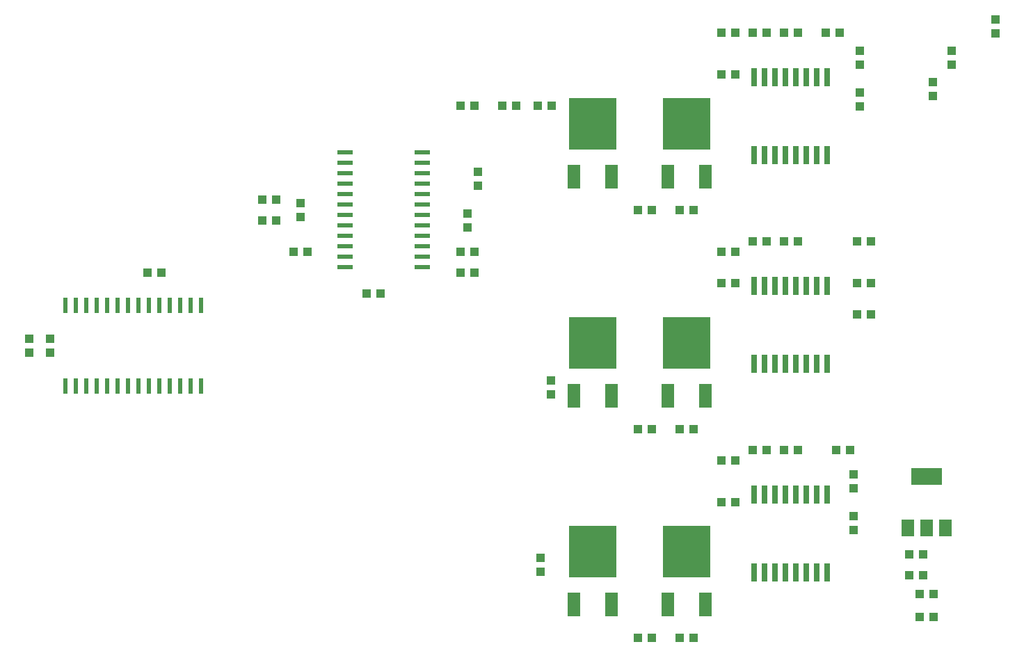
<source format=gtp>
G75*
G70*
%OFA0B0*%
%FSLAX24Y24*%
%IPPOS*%
%LPD*%
%AMOC8*
5,1,8,0,0,1.08239X$1,22.5*
%
%ADD10R,0.0217X0.0768*%
%ADD11R,0.0433X0.0394*%
%ADD12R,0.0394X0.0433*%
%ADD13R,0.0780X0.0210*%
%ADD14R,0.0630X0.1181*%
%ADD15R,0.2280X0.2470*%
%ADD16R,0.0256X0.0886*%
%ADD17R,0.0590X0.0790*%
%ADD18R,0.1500X0.0790*%
D10*
X004766Y016067D03*
X005266Y016067D03*
X005766Y016067D03*
X006266Y016067D03*
X006766Y016067D03*
X007266Y016067D03*
X007766Y016067D03*
X008266Y016067D03*
X008766Y016067D03*
X009266Y016067D03*
X009766Y016067D03*
X010266Y016067D03*
X010766Y016067D03*
X011266Y016067D03*
X011266Y019925D03*
X010766Y019925D03*
X010266Y019925D03*
X009766Y019925D03*
X009266Y019925D03*
X008766Y019925D03*
X008266Y019925D03*
X007766Y019925D03*
X007266Y019925D03*
X006766Y019925D03*
X006266Y019925D03*
X005766Y019925D03*
X005266Y019925D03*
X004766Y019925D03*
D11*
X003016Y018331D03*
X003016Y017662D03*
X008681Y021496D03*
X009350Y021496D03*
X015681Y022496D03*
X016350Y022496D03*
X016016Y024162D03*
X016016Y024831D03*
X019181Y020496D03*
X019850Y020496D03*
X023681Y022496D03*
X024350Y022496D03*
X024016Y023662D03*
X024016Y024331D03*
X024350Y029496D03*
X023681Y029496D03*
X036181Y030996D03*
X036850Y030996D03*
X041181Y032996D03*
X041850Y032996D03*
X046316Y030631D03*
X046316Y029962D03*
X047216Y031462D03*
X047216Y032131D03*
X049316Y032962D03*
X049316Y033631D03*
X043350Y022996D03*
X042681Y022996D03*
X042681Y020996D03*
X043350Y020996D03*
X043350Y019496D03*
X042681Y019496D03*
X036850Y020996D03*
X036181Y020996D03*
X028016Y016331D03*
X028016Y015662D03*
X036181Y010496D03*
X036850Y010496D03*
X041681Y012996D03*
X042350Y012996D03*
X045181Y007996D03*
X045850Y007996D03*
X045850Y006996D03*
X045181Y006996D03*
X045681Y006096D03*
X046350Y006096D03*
X046350Y004996D03*
X045681Y004996D03*
X027516Y007162D03*
X027516Y007831D03*
D12*
X032181Y003996D03*
X032850Y003996D03*
X034181Y003996D03*
X034850Y003996D03*
X042516Y009162D03*
X042516Y009831D03*
X042516Y011162D03*
X042516Y011831D03*
X039850Y012996D03*
X039181Y012996D03*
X038350Y012996D03*
X037681Y012996D03*
X036850Y012496D03*
X036181Y012496D03*
X034850Y013996D03*
X034181Y013996D03*
X032850Y013996D03*
X032181Y013996D03*
X024350Y021496D03*
X023681Y021496D03*
X024516Y025662D03*
X024516Y026331D03*
X025681Y029496D03*
X026350Y029496D03*
X027381Y029496D03*
X028050Y029496D03*
X032181Y024496D03*
X032850Y024496D03*
X034181Y024496D03*
X034850Y024496D03*
X036181Y022496D03*
X036850Y022496D03*
X037681Y022996D03*
X038350Y022996D03*
X039181Y022996D03*
X039850Y022996D03*
X042816Y029462D03*
X042816Y030131D03*
X042816Y031462D03*
X042816Y032131D03*
X039850Y032996D03*
X039181Y032996D03*
X038350Y032996D03*
X037681Y032996D03*
X036850Y032996D03*
X036181Y032996D03*
X014850Y024996D03*
X014181Y024996D03*
X014181Y023996D03*
X014850Y023996D03*
X004016Y018331D03*
X004016Y017662D03*
D13*
X018171Y021746D03*
X018171Y022246D03*
X018171Y022746D03*
X018171Y023246D03*
X018171Y023746D03*
X018171Y024246D03*
X018171Y024746D03*
X018171Y025246D03*
X018171Y025746D03*
X018171Y026246D03*
X018171Y026746D03*
X018171Y027246D03*
X021861Y027246D03*
X021861Y026746D03*
X021861Y026246D03*
X021861Y025746D03*
X021861Y025246D03*
X021861Y024746D03*
X021861Y024246D03*
X021861Y023746D03*
X021861Y023246D03*
X021861Y022746D03*
X021861Y022246D03*
X021861Y021746D03*
D14*
X029116Y026086D03*
X030916Y026086D03*
X033616Y026086D03*
X035416Y026086D03*
X035416Y015586D03*
X033616Y015586D03*
X030916Y015586D03*
X029116Y015586D03*
X029116Y005586D03*
X030916Y005586D03*
X033616Y005586D03*
X035416Y005586D03*
D15*
X034516Y008121D03*
X030016Y008121D03*
X030016Y018121D03*
X034516Y018121D03*
X034516Y028621D03*
X030016Y028621D03*
D16*
X037766Y027126D03*
X038266Y027126D03*
X038766Y027126D03*
X039266Y027126D03*
X039766Y027126D03*
X040266Y027126D03*
X040766Y027126D03*
X041266Y027126D03*
X041266Y030866D03*
X040766Y030866D03*
X040266Y030866D03*
X039766Y030866D03*
X039266Y030866D03*
X038766Y030866D03*
X038266Y030866D03*
X037766Y030866D03*
X037766Y020866D03*
X038266Y020866D03*
X038766Y020866D03*
X039266Y020866D03*
X039766Y020866D03*
X040266Y020866D03*
X040766Y020866D03*
X041266Y020866D03*
X041266Y017126D03*
X040766Y017126D03*
X040266Y017126D03*
X039766Y017126D03*
X039266Y017126D03*
X038766Y017126D03*
X038266Y017126D03*
X037766Y017126D03*
X037766Y010866D03*
X038266Y010866D03*
X038766Y010866D03*
X039266Y010866D03*
X039766Y010866D03*
X040266Y010866D03*
X040766Y010866D03*
X041266Y010866D03*
X041266Y007126D03*
X040766Y007126D03*
X040266Y007126D03*
X039766Y007126D03*
X039266Y007126D03*
X038766Y007126D03*
X038266Y007126D03*
X037766Y007126D03*
D17*
X045126Y009256D03*
X046026Y009256D03*
X046926Y009256D03*
D18*
X046016Y011736D03*
M02*

</source>
